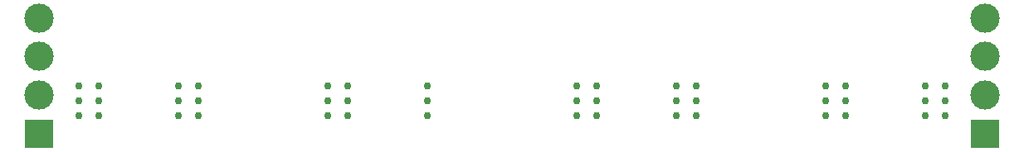
<source format=gbs>
G04 #@! TF.FileFunction,Soldermask,Bot*
%FSLAX46Y46*%
G04 Gerber Fmt 4.6, Leading zero omitted, Abs format (unit mm)*
G04 Created by KiCad (PCBNEW (2015-06-12 BZR 5734)-product) date Wednesday, July 15, 2015 'PMt' 05:18:17 PM*
%MOMM*%
G01*
G04 APERTURE LIST*
%ADD10C,0.100000*%
%ADD11C,0.750000*%
%ADD12C,3.000000*%
%ADD13R,3.000000X3.000000*%
G04 APERTURE END LIST*
D10*
D11*
X171196000Y-96774000D03*
X169164000Y-96774000D03*
X169164000Y-93726000D03*
X169164000Y-95250000D03*
X171196000Y-95250000D03*
X171196000Y-93726000D03*
X161036000Y-96774000D03*
X159004000Y-96774000D03*
X159004000Y-93726000D03*
X159004000Y-95250000D03*
X161036000Y-95250000D03*
X161036000Y-93726000D03*
X145796000Y-96774000D03*
X143764000Y-96774000D03*
X143764000Y-93726000D03*
X143764000Y-95250000D03*
X145796000Y-95250000D03*
X145796000Y-93726000D03*
X135636000Y-96774000D03*
X133604000Y-96774000D03*
X133604000Y-93726000D03*
X133604000Y-95250000D03*
X135636000Y-95250000D03*
X135636000Y-93726000D03*
X118364000Y-96774000D03*
X118364000Y-93726000D03*
X118364000Y-95250000D03*
X110236000Y-96774000D03*
X108204000Y-96774000D03*
X108204000Y-93726000D03*
X108204000Y-95250000D03*
X110236000Y-95250000D03*
X110236000Y-93726000D03*
X94996000Y-96774000D03*
X92964000Y-95250000D03*
X94996000Y-95250000D03*
X94996000Y-93726000D03*
X92964000Y-93726000D03*
X92964000Y-96774000D03*
X84836000Y-96774000D03*
X82804000Y-96774000D03*
X82804000Y-95250000D03*
X84836000Y-95250000D03*
X84836000Y-93726000D03*
D12*
X78740000Y-86766400D03*
X78740000Y-90726400D03*
X78740000Y-94686400D03*
D13*
X78740000Y-98646400D03*
D12*
X175260000Y-86766400D03*
X175260000Y-90726400D03*
X175260000Y-94686400D03*
D13*
X175260000Y-98646400D03*
D11*
X82804000Y-93726000D03*
M02*

</source>
